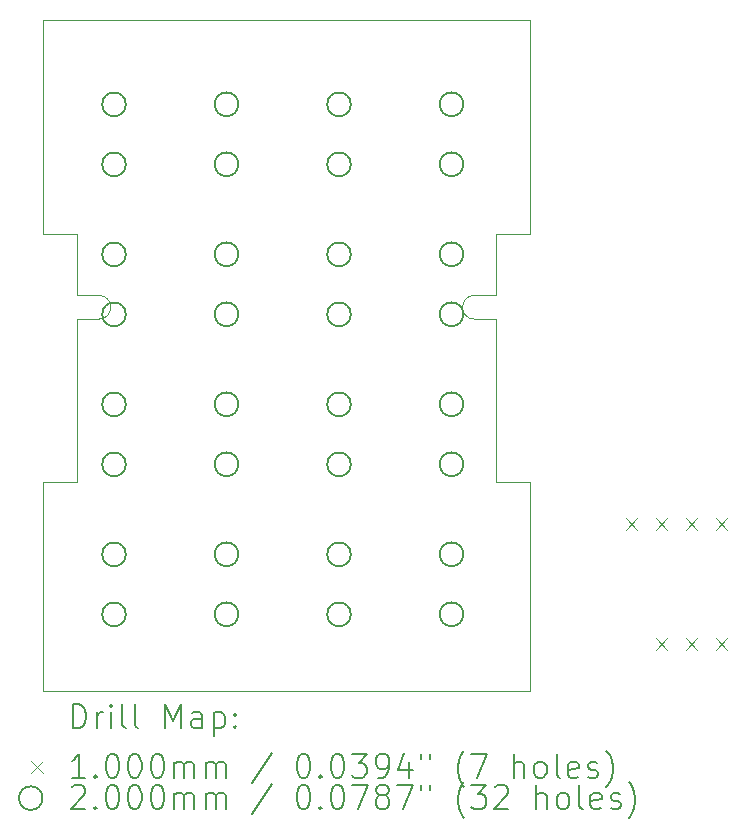
<source format=gbr>
%TF.GenerationSoftware,KiCad,Pcbnew,(6.0.8)*%
%TF.CreationDate,2022-11-01T17:44:22+01:00*%
%TF.ProjectId,BURC_16SwitchEncoder_JRFormat,42555243-5f31-4365-9377-69746368456e,v1.0*%
%TF.SameCoordinates,Original*%
%TF.FileFunction,Drillmap*%
%TF.FilePolarity,Positive*%
%FSLAX45Y45*%
G04 Gerber Fmt 4.5, Leading zero omitted, Abs format (unit mm)*
G04 Created by KiCad (PCBNEW (6.0.8)) date 2022-11-01 17:44:22*
%MOMM*%
%LPD*%
G01*
G04 APERTURE LIST*
%ADD10C,0.050000*%
%ADD11C,0.100000*%
%ADD12C,0.200000*%
G04 APERTURE END LIST*
D10*
X16920000Y-13350000D02*
X16920000Y-11580000D01*
X13085000Y-10200000D02*
X13085000Y-11580000D01*
D11*
X13085000Y-10000000D02*
X13085000Y-9476500D01*
D10*
X12800000Y-13350000D02*
X16920000Y-13350000D01*
X13085000Y-11580000D02*
X12800000Y-11580000D01*
X16635000Y-9476500D02*
X16921261Y-9476500D01*
X16920000Y-11580000D02*
X16635000Y-11580000D01*
X16635000Y-10000000D02*
X16450000Y-10000000D01*
D11*
X13270000Y-10200000D02*
G75*
G03*
X13270000Y-10000000I0J100000D01*
G01*
D10*
X16450000Y-10200000D02*
X16635000Y-10200000D01*
X16635000Y-10000000D02*
X16635000Y-9476500D01*
D11*
X16921261Y-7670000D02*
X12798739Y-7670000D01*
X16921261Y-9476500D02*
X16921261Y-7670000D01*
X13085000Y-10200000D02*
X13270000Y-10200000D01*
X12798739Y-7670000D02*
X12798739Y-9476500D01*
D10*
X16635000Y-10200000D02*
X16635000Y-11580000D01*
X12800000Y-11580000D02*
X12800000Y-13350000D01*
D11*
X13270000Y-10000000D02*
X13085000Y-10000000D01*
X12798739Y-9476500D02*
X13085000Y-9476500D01*
D10*
X16450000Y-10000000D02*
G75*
G03*
X16450000Y-10200000I0J-100000D01*
G01*
D12*
D11*
X17730000Y-11888000D02*
X17830000Y-11988000D01*
X17830000Y-11888000D02*
X17730000Y-11988000D01*
X17984000Y-11888000D02*
X18084000Y-11988000D01*
X18084000Y-11888000D02*
X17984000Y-11988000D01*
X17984000Y-12904000D02*
X18084000Y-13004000D01*
X18084000Y-12904000D02*
X17984000Y-13004000D01*
X18238000Y-11888000D02*
X18338000Y-11988000D01*
X18338000Y-11888000D02*
X18238000Y-11988000D01*
X18238000Y-12904000D02*
X18338000Y-13004000D01*
X18338000Y-12904000D02*
X18238000Y-13004000D01*
X18492000Y-11888000D02*
X18592000Y-11988000D01*
X18592000Y-11888000D02*
X18492000Y-11988000D01*
X18492000Y-12904000D02*
X18592000Y-13004000D01*
X18592000Y-12904000D02*
X18492000Y-13004000D01*
D12*
X13498500Y-8382000D02*
G75*
G03*
X13498500Y-8382000I-100000J0D01*
G01*
X13498500Y-8890000D02*
G75*
G03*
X13498500Y-8890000I-100000J0D01*
G01*
X13498500Y-9652000D02*
G75*
G03*
X13498500Y-9652000I-100000J0D01*
G01*
X13498500Y-10160000D02*
G75*
G03*
X13498500Y-10160000I-100000J0D01*
G01*
X13498500Y-10922000D02*
G75*
G03*
X13498500Y-10922000I-100000J0D01*
G01*
X13498500Y-11430000D02*
G75*
G03*
X13498500Y-11430000I-100000J0D01*
G01*
X13498500Y-12192000D02*
G75*
G03*
X13498500Y-12192000I-100000J0D01*
G01*
X13498500Y-12700000D02*
G75*
G03*
X13498500Y-12700000I-100000J0D01*
G01*
X14451000Y-8382000D02*
G75*
G03*
X14451000Y-8382000I-100000J0D01*
G01*
X14451000Y-8890000D02*
G75*
G03*
X14451000Y-8890000I-100000J0D01*
G01*
X14451000Y-9652000D02*
G75*
G03*
X14451000Y-9652000I-100000J0D01*
G01*
X14451000Y-10160000D02*
G75*
G03*
X14451000Y-10160000I-100000J0D01*
G01*
X14451000Y-10922000D02*
G75*
G03*
X14451000Y-10922000I-100000J0D01*
G01*
X14451000Y-11430000D02*
G75*
G03*
X14451000Y-11430000I-100000J0D01*
G01*
X14451000Y-12192000D02*
G75*
G03*
X14451000Y-12192000I-100000J0D01*
G01*
X14451000Y-12700000D02*
G75*
G03*
X14451000Y-12700000I-100000J0D01*
G01*
X15403500Y-8382000D02*
G75*
G03*
X15403500Y-8382000I-100000J0D01*
G01*
X15403500Y-8890000D02*
G75*
G03*
X15403500Y-8890000I-100000J0D01*
G01*
X15403500Y-9652000D02*
G75*
G03*
X15403500Y-9652000I-100000J0D01*
G01*
X15403500Y-10160000D02*
G75*
G03*
X15403500Y-10160000I-100000J0D01*
G01*
X15403500Y-10922000D02*
G75*
G03*
X15403500Y-10922000I-100000J0D01*
G01*
X15403500Y-11430000D02*
G75*
G03*
X15403500Y-11430000I-100000J0D01*
G01*
X15403500Y-12192000D02*
G75*
G03*
X15403500Y-12192000I-100000J0D01*
G01*
X15403500Y-12700000D02*
G75*
G03*
X15403500Y-12700000I-100000J0D01*
G01*
X16356000Y-8382000D02*
G75*
G03*
X16356000Y-8382000I-100000J0D01*
G01*
X16356000Y-8890000D02*
G75*
G03*
X16356000Y-8890000I-100000J0D01*
G01*
X16356000Y-9652000D02*
G75*
G03*
X16356000Y-9652000I-100000J0D01*
G01*
X16356000Y-10160000D02*
G75*
G03*
X16356000Y-10160000I-100000J0D01*
G01*
X16356000Y-10922000D02*
G75*
G03*
X16356000Y-10922000I-100000J0D01*
G01*
X16356000Y-11430000D02*
G75*
G03*
X16356000Y-11430000I-100000J0D01*
G01*
X16356000Y-12192000D02*
G75*
G03*
X16356000Y-12192000I-100000J0D01*
G01*
X16356000Y-12700000D02*
G75*
G03*
X16356000Y-12700000I-100000J0D01*
G01*
X13051358Y-13662976D02*
X13051358Y-13462976D01*
X13098977Y-13462976D01*
X13127549Y-13472500D01*
X13146596Y-13491548D01*
X13156120Y-13510595D01*
X13165644Y-13548690D01*
X13165644Y-13577262D01*
X13156120Y-13615357D01*
X13146596Y-13634405D01*
X13127549Y-13653452D01*
X13098977Y-13662976D01*
X13051358Y-13662976D01*
X13251358Y-13662976D02*
X13251358Y-13529643D01*
X13251358Y-13567738D02*
X13260882Y-13548690D01*
X13270406Y-13539167D01*
X13289453Y-13529643D01*
X13308501Y-13529643D01*
X13375168Y-13662976D02*
X13375168Y-13529643D01*
X13375168Y-13462976D02*
X13365644Y-13472500D01*
X13375168Y-13482024D01*
X13384691Y-13472500D01*
X13375168Y-13462976D01*
X13375168Y-13482024D01*
X13498977Y-13662976D02*
X13479930Y-13653452D01*
X13470406Y-13634405D01*
X13470406Y-13462976D01*
X13603739Y-13662976D02*
X13584691Y-13653452D01*
X13575168Y-13634405D01*
X13575168Y-13462976D01*
X13832311Y-13662976D02*
X13832311Y-13462976D01*
X13898977Y-13605833D01*
X13965644Y-13462976D01*
X13965644Y-13662976D01*
X14146596Y-13662976D02*
X14146596Y-13558214D01*
X14137072Y-13539167D01*
X14118025Y-13529643D01*
X14079930Y-13529643D01*
X14060882Y-13539167D01*
X14146596Y-13653452D02*
X14127549Y-13662976D01*
X14079930Y-13662976D01*
X14060882Y-13653452D01*
X14051358Y-13634405D01*
X14051358Y-13615357D01*
X14060882Y-13596309D01*
X14079930Y-13586786D01*
X14127549Y-13586786D01*
X14146596Y-13577262D01*
X14241834Y-13529643D02*
X14241834Y-13729643D01*
X14241834Y-13539167D02*
X14260882Y-13529643D01*
X14298977Y-13529643D01*
X14318025Y-13539167D01*
X14327549Y-13548690D01*
X14337072Y-13567738D01*
X14337072Y-13624881D01*
X14327549Y-13643928D01*
X14318025Y-13653452D01*
X14298977Y-13662976D01*
X14260882Y-13662976D01*
X14241834Y-13653452D01*
X14422787Y-13643928D02*
X14432311Y-13653452D01*
X14422787Y-13662976D01*
X14413263Y-13653452D01*
X14422787Y-13643928D01*
X14422787Y-13662976D01*
X14422787Y-13539167D02*
X14432311Y-13548690D01*
X14422787Y-13558214D01*
X14413263Y-13548690D01*
X14422787Y-13539167D01*
X14422787Y-13558214D01*
D11*
X12693739Y-13942500D02*
X12793739Y-14042500D01*
X12793739Y-13942500D02*
X12693739Y-14042500D01*
D12*
X13156120Y-14082976D02*
X13041834Y-14082976D01*
X13098977Y-14082976D02*
X13098977Y-13882976D01*
X13079930Y-13911548D01*
X13060882Y-13930595D01*
X13041834Y-13940119D01*
X13241834Y-14063928D02*
X13251358Y-14073452D01*
X13241834Y-14082976D01*
X13232311Y-14073452D01*
X13241834Y-14063928D01*
X13241834Y-14082976D01*
X13375168Y-13882976D02*
X13394215Y-13882976D01*
X13413263Y-13892500D01*
X13422787Y-13902024D01*
X13432311Y-13921071D01*
X13441834Y-13959167D01*
X13441834Y-14006786D01*
X13432311Y-14044881D01*
X13422787Y-14063928D01*
X13413263Y-14073452D01*
X13394215Y-14082976D01*
X13375168Y-14082976D01*
X13356120Y-14073452D01*
X13346596Y-14063928D01*
X13337072Y-14044881D01*
X13327549Y-14006786D01*
X13327549Y-13959167D01*
X13337072Y-13921071D01*
X13346596Y-13902024D01*
X13356120Y-13892500D01*
X13375168Y-13882976D01*
X13565644Y-13882976D02*
X13584691Y-13882976D01*
X13603739Y-13892500D01*
X13613263Y-13902024D01*
X13622787Y-13921071D01*
X13632311Y-13959167D01*
X13632311Y-14006786D01*
X13622787Y-14044881D01*
X13613263Y-14063928D01*
X13603739Y-14073452D01*
X13584691Y-14082976D01*
X13565644Y-14082976D01*
X13546596Y-14073452D01*
X13537072Y-14063928D01*
X13527549Y-14044881D01*
X13518025Y-14006786D01*
X13518025Y-13959167D01*
X13527549Y-13921071D01*
X13537072Y-13902024D01*
X13546596Y-13892500D01*
X13565644Y-13882976D01*
X13756120Y-13882976D02*
X13775168Y-13882976D01*
X13794215Y-13892500D01*
X13803739Y-13902024D01*
X13813263Y-13921071D01*
X13822787Y-13959167D01*
X13822787Y-14006786D01*
X13813263Y-14044881D01*
X13803739Y-14063928D01*
X13794215Y-14073452D01*
X13775168Y-14082976D01*
X13756120Y-14082976D01*
X13737072Y-14073452D01*
X13727549Y-14063928D01*
X13718025Y-14044881D01*
X13708501Y-14006786D01*
X13708501Y-13959167D01*
X13718025Y-13921071D01*
X13727549Y-13902024D01*
X13737072Y-13892500D01*
X13756120Y-13882976D01*
X13908501Y-14082976D02*
X13908501Y-13949643D01*
X13908501Y-13968690D02*
X13918025Y-13959167D01*
X13937072Y-13949643D01*
X13965644Y-13949643D01*
X13984691Y-13959167D01*
X13994215Y-13978214D01*
X13994215Y-14082976D01*
X13994215Y-13978214D02*
X14003739Y-13959167D01*
X14022787Y-13949643D01*
X14051358Y-13949643D01*
X14070406Y-13959167D01*
X14079930Y-13978214D01*
X14079930Y-14082976D01*
X14175168Y-14082976D02*
X14175168Y-13949643D01*
X14175168Y-13968690D02*
X14184691Y-13959167D01*
X14203739Y-13949643D01*
X14232311Y-13949643D01*
X14251358Y-13959167D01*
X14260882Y-13978214D01*
X14260882Y-14082976D01*
X14260882Y-13978214D02*
X14270406Y-13959167D01*
X14289453Y-13949643D01*
X14318025Y-13949643D01*
X14337072Y-13959167D01*
X14346596Y-13978214D01*
X14346596Y-14082976D01*
X14737072Y-13873452D02*
X14565644Y-14130595D01*
X14994215Y-13882976D02*
X15013263Y-13882976D01*
X15032311Y-13892500D01*
X15041834Y-13902024D01*
X15051358Y-13921071D01*
X15060882Y-13959167D01*
X15060882Y-14006786D01*
X15051358Y-14044881D01*
X15041834Y-14063928D01*
X15032311Y-14073452D01*
X15013263Y-14082976D01*
X14994215Y-14082976D01*
X14975168Y-14073452D01*
X14965644Y-14063928D01*
X14956120Y-14044881D01*
X14946596Y-14006786D01*
X14946596Y-13959167D01*
X14956120Y-13921071D01*
X14965644Y-13902024D01*
X14975168Y-13892500D01*
X14994215Y-13882976D01*
X15146596Y-14063928D02*
X15156120Y-14073452D01*
X15146596Y-14082976D01*
X15137072Y-14073452D01*
X15146596Y-14063928D01*
X15146596Y-14082976D01*
X15279930Y-13882976D02*
X15298977Y-13882976D01*
X15318025Y-13892500D01*
X15327549Y-13902024D01*
X15337072Y-13921071D01*
X15346596Y-13959167D01*
X15346596Y-14006786D01*
X15337072Y-14044881D01*
X15327549Y-14063928D01*
X15318025Y-14073452D01*
X15298977Y-14082976D01*
X15279930Y-14082976D01*
X15260882Y-14073452D01*
X15251358Y-14063928D01*
X15241834Y-14044881D01*
X15232311Y-14006786D01*
X15232311Y-13959167D01*
X15241834Y-13921071D01*
X15251358Y-13902024D01*
X15260882Y-13892500D01*
X15279930Y-13882976D01*
X15413263Y-13882976D02*
X15537072Y-13882976D01*
X15470406Y-13959167D01*
X15498977Y-13959167D01*
X15518025Y-13968690D01*
X15527549Y-13978214D01*
X15537072Y-13997262D01*
X15537072Y-14044881D01*
X15527549Y-14063928D01*
X15518025Y-14073452D01*
X15498977Y-14082976D01*
X15441834Y-14082976D01*
X15422787Y-14073452D01*
X15413263Y-14063928D01*
X15632311Y-14082976D02*
X15670406Y-14082976D01*
X15689453Y-14073452D01*
X15698977Y-14063928D01*
X15718025Y-14035357D01*
X15727549Y-13997262D01*
X15727549Y-13921071D01*
X15718025Y-13902024D01*
X15708501Y-13892500D01*
X15689453Y-13882976D01*
X15651358Y-13882976D01*
X15632311Y-13892500D01*
X15622787Y-13902024D01*
X15613263Y-13921071D01*
X15613263Y-13968690D01*
X15622787Y-13987738D01*
X15632311Y-13997262D01*
X15651358Y-14006786D01*
X15689453Y-14006786D01*
X15708501Y-13997262D01*
X15718025Y-13987738D01*
X15727549Y-13968690D01*
X15898977Y-13949643D02*
X15898977Y-14082976D01*
X15851358Y-13873452D02*
X15803739Y-14016309D01*
X15927549Y-14016309D01*
X15994215Y-13882976D02*
X15994215Y-13921071D01*
X16070406Y-13882976D02*
X16070406Y-13921071D01*
X16365644Y-14159167D02*
X16356120Y-14149643D01*
X16337072Y-14121071D01*
X16327549Y-14102024D01*
X16318025Y-14073452D01*
X16308501Y-14025833D01*
X16308501Y-13987738D01*
X16318025Y-13940119D01*
X16327549Y-13911548D01*
X16337072Y-13892500D01*
X16356120Y-13863928D01*
X16365644Y-13854405D01*
X16422787Y-13882976D02*
X16556120Y-13882976D01*
X16470406Y-14082976D01*
X16784692Y-14082976D02*
X16784692Y-13882976D01*
X16870406Y-14082976D02*
X16870406Y-13978214D01*
X16860882Y-13959167D01*
X16841834Y-13949643D01*
X16813263Y-13949643D01*
X16794215Y-13959167D01*
X16784692Y-13968690D01*
X16994215Y-14082976D02*
X16975168Y-14073452D01*
X16965644Y-14063928D01*
X16956120Y-14044881D01*
X16956120Y-13987738D01*
X16965644Y-13968690D01*
X16975168Y-13959167D01*
X16994215Y-13949643D01*
X17022787Y-13949643D01*
X17041834Y-13959167D01*
X17051358Y-13968690D01*
X17060882Y-13987738D01*
X17060882Y-14044881D01*
X17051358Y-14063928D01*
X17041834Y-14073452D01*
X17022787Y-14082976D01*
X16994215Y-14082976D01*
X17175168Y-14082976D02*
X17156120Y-14073452D01*
X17146596Y-14054405D01*
X17146596Y-13882976D01*
X17327549Y-14073452D02*
X17308501Y-14082976D01*
X17270406Y-14082976D01*
X17251358Y-14073452D01*
X17241834Y-14054405D01*
X17241834Y-13978214D01*
X17251358Y-13959167D01*
X17270406Y-13949643D01*
X17308501Y-13949643D01*
X17327549Y-13959167D01*
X17337073Y-13978214D01*
X17337073Y-13997262D01*
X17241834Y-14016309D01*
X17413263Y-14073452D02*
X17432311Y-14082976D01*
X17470406Y-14082976D01*
X17489453Y-14073452D01*
X17498977Y-14054405D01*
X17498977Y-14044881D01*
X17489453Y-14025833D01*
X17470406Y-14016309D01*
X17441834Y-14016309D01*
X17422787Y-14006786D01*
X17413263Y-13987738D01*
X17413263Y-13978214D01*
X17422787Y-13959167D01*
X17441834Y-13949643D01*
X17470406Y-13949643D01*
X17489453Y-13959167D01*
X17565644Y-14159167D02*
X17575168Y-14149643D01*
X17594215Y-14121071D01*
X17603739Y-14102024D01*
X17613263Y-14073452D01*
X17622787Y-14025833D01*
X17622787Y-13987738D01*
X17613263Y-13940119D01*
X17603739Y-13911548D01*
X17594215Y-13892500D01*
X17575168Y-13863928D01*
X17565644Y-13854405D01*
X12793739Y-14256500D02*
G75*
G03*
X12793739Y-14256500I-100000J0D01*
G01*
X13041834Y-14166024D02*
X13051358Y-14156500D01*
X13070406Y-14146976D01*
X13118025Y-14146976D01*
X13137072Y-14156500D01*
X13146596Y-14166024D01*
X13156120Y-14185071D01*
X13156120Y-14204119D01*
X13146596Y-14232690D01*
X13032311Y-14346976D01*
X13156120Y-14346976D01*
X13241834Y-14327928D02*
X13251358Y-14337452D01*
X13241834Y-14346976D01*
X13232311Y-14337452D01*
X13241834Y-14327928D01*
X13241834Y-14346976D01*
X13375168Y-14146976D02*
X13394215Y-14146976D01*
X13413263Y-14156500D01*
X13422787Y-14166024D01*
X13432311Y-14185071D01*
X13441834Y-14223167D01*
X13441834Y-14270786D01*
X13432311Y-14308881D01*
X13422787Y-14327928D01*
X13413263Y-14337452D01*
X13394215Y-14346976D01*
X13375168Y-14346976D01*
X13356120Y-14337452D01*
X13346596Y-14327928D01*
X13337072Y-14308881D01*
X13327549Y-14270786D01*
X13327549Y-14223167D01*
X13337072Y-14185071D01*
X13346596Y-14166024D01*
X13356120Y-14156500D01*
X13375168Y-14146976D01*
X13565644Y-14146976D02*
X13584691Y-14146976D01*
X13603739Y-14156500D01*
X13613263Y-14166024D01*
X13622787Y-14185071D01*
X13632311Y-14223167D01*
X13632311Y-14270786D01*
X13622787Y-14308881D01*
X13613263Y-14327928D01*
X13603739Y-14337452D01*
X13584691Y-14346976D01*
X13565644Y-14346976D01*
X13546596Y-14337452D01*
X13537072Y-14327928D01*
X13527549Y-14308881D01*
X13518025Y-14270786D01*
X13518025Y-14223167D01*
X13527549Y-14185071D01*
X13537072Y-14166024D01*
X13546596Y-14156500D01*
X13565644Y-14146976D01*
X13756120Y-14146976D02*
X13775168Y-14146976D01*
X13794215Y-14156500D01*
X13803739Y-14166024D01*
X13813263Y-14185071D01*
X13822787Y-14223167D01*
X13822787Y-14270786D01*
X13813263Y-14308881D01*
X13803739Y-14327928D01*
X13794215Y-14337452D01*
X13775168Y-14346976D01*
X13756120Y-14346976D01*
X13737072Y-14337452D01*
X13727549Y-14327928D01*
X13718025Y-14308881D01*
X13708501Y-14270786D01*
X13708501Y-14223167D01*
X13718025Y-14185071D01*
X13727549Y-14166024D01*
X13737072Y-14156500D01*
X13756120Y-14146976D01*
X13908501Y-14346976D02*
X13908501Y-14213643D01*
X13908501Y-14232690D02*
X13918025Y-14223167D01*
X13937072Y-14213643D01*
X13965644Y-14213643D01*
X13984691Y-14223167D01*
X13994215Y-14242214D01*
X13994215Y-14346976D01*
X13994215Y-14242214D02*
X14003739Y-14223167D01*
X14022787Y-14213643D01*
X14051358Y-14213643D01*
X14070406Y-14223167D01*
X14079930Y-14242214D01*
X14079930Y-14346976D01*
X14175168Y-14346976D02*
X14175168Y-14213643D01*
X14175168Y-14232690D02*
X14184691Y-14223167D01*
X14203739Y-14213643D01*
X14232311Y-14213643D01*
X14251358Y-14223167D01*
X14260882Y-14242214D01*
X14260882Y-14346976D01*
X14260882Y-14242214D02*
X14270406Y-14223167D01*
X14289453Y-14213643D01*
X14318025Y-14213643D01*
X14337072Y-14223167D01*
X14346596Y-14242214D01*
X14346596Y-14346976D01*
X14737072Y-14137452D02*
X14565644Y-14394595D01*
X14994215Y-14146976D02*
X15013263Y-14146976D01*
X15032311Y-14156500D01*
X15041834Y-14166024D01*
X15051358Y-14185071D01*
X15060882Y-14223167D01*
X15060882Y-14270786D01*
X15051358Y-14308881D01*
X15041834Y-14327928D01*
X15032311Y-14337452D01*
X15013263Y-14346976D01*
X14994215Y-14346976D01*
X14975168Y-14337452D01*
X14965644Y-14327928D01*
X14956120Y-14308881D01*
X14946596Y-14270786D01*
X14946596Y-14223167D01*
X14956120Y-14185071D01*
X14965644Y-14166024D01*
X14975168Y-14156500D01*
X14994215Y-14146976D01*
X15146596Y-14327928D02*
X15156120Y-14337452D01*
X15146596Y-14346976D01*
X15137072Y-14337452D01*
X15146596Y-14327928D01*
X15146596Y-14346976D01*
X15279930Y-14146976D02*
X15298977Y-14146976D01*
X15318025Y-14156500D01*
X15327549Y-14166024D01*
X15337072Y-14185071D01*
X15346596Y-14223167D01*
X15346596Y-14270786D01*
X15337072Y-14308881D01*
X15327549Y-14327928D01*
X15318025Y-14337452D01*
X15298977Y-14346976D01*
X15279930Y-14346976D01*
X15260882Y-14337452D01*
X15251358Y-14327928D01*
X15241834Y-14308881D01*
X15232311Y-14270786D01*
X15232311Y-14223167D01*
X15241834Y-14185071D01*
X15251358Y-14166024D01*
X15260882Y-14156500D01*
X15279930Y-14146976D01*
X15413263Y-14146976D02*
X15546596Y-14146976D01*
X15460882Y-14346976D01*
X15651358Y-14232690D02*
X15632311Y-14223167D01*
X15622787Y-14213643D01*
X15613263Y-14194595D01*
X15613263Y-14185071D01*
X15622787Y-14166024D01*
X15632311Y-14156500D01*
X15651358Y-14146976D01*
X15689453Y-14146976D01*
X15708501Y-14156500D01*
X15718025Y-14166024D01*
X15727549Y-14185071D01*
X15727549Y-14194595D01*
X15718025Y-14213643D01*
X15708501Y-14223167D01*
X15689453Y-14232690D01*
X15651358Y-14232690D01*
X15632311Y-14242214D01*
X15622787Y-14251738D01*
X15613263Y-14270786D01*
X15613263Y-14308881D01*
X15622787Y-14327928D01*
X15632311Y-14337452D01*
X15651358Y-14346976D01*
X15689453Y-14346976D01*
X15708501Y-14337452D01*
X15718025Y-14327928D01*
X15727549Y-14308881D01*
X15727549Y-14270786D01*
X15718025Y-14251738D01*
X15708501Y-14242214D01*
X15689453Y-14232690D01*
X15794215Y-14146976D02*
X15927549Y-14146976D01*
X15841834Y-14346976D01*
X15994215Y-14146976D02*
X15994215Y-14185071D01*
X16070406Y-14146976D02*
X16070406Y-14185071D01*
X16365644Y-14423167D02*
X16356120Y-14413643D01*
X16337072Y-14385071D01*
X16327549Y-14366024D01*
X16318025Y-14337452D01*
X16308501Y-14289833D01*
X16308501Y-14251738D01*
X16318025Y-14204119D01*
X16327549Y-14175548D01*
X16337072Y-14156500D01*
X16356120Y-14127928D01*
X16365644Y-14118405D01*
X16422787Y-14146976D02*
X16546596Y-14146976D01*
X16479930Y-14223167D01*
X16508501Y-14223167D01*
X16527549Y-14232690D01*
X16537072Y-14242214D01*
X16546596Y-14261262D01*
X16546596Y-14308881D01*
X16537072Y-14327928D01*
X16527549Y-14337452D01*
X16508501Y-14346976D01*
X16451358Y-14346976D01*
X16432311Y-14337452D01*
X16422787Y-14327928D01*
X16622787Y-14166024D02*
X16632311Y-14156500D01*
X16651358Y-14146976D01*
X16698977Y-14146976D01*
X16718025Y-14156500D01*
X16727549Y-14166024D01*
X16737072Y-14185071D01*
X16737072Y-14204119D01*
X16727549Y-14232690D01*
X16613263Y-14346976D01*
X16737072Y-14346976D01*
X16975168Y-14346976D02*
X16975168Y-14146976D01*
X17060882Y-14346976D02*
X17060882Y-14242214D01*
X17051358Y-14223167D01*
X17032311Y-14213643D01*
X17003739Y-14213643D01*
X16984692Y-14223167D01*
X16975168Y-14232690D01*
X17184692Y-14346976D02*
X17165644Y-14337452D01*
X17156120Y-14327928D01*
X17146596Y-14308881D01*
X17146596Y-14251738D01*
X17156120Y-14232690D01*
X17165644Y-14223167D01*
X17184692Y-14213643D01*
X17213263Y-14213643D01*
X17232311Y-14223167D01*
X17241834Y-14232690D01*
X17251358Y-14251738D01*
X17251358Y-14308881D01*
X17241834Y-14327928D01*
X17232311Y-14337452D01*
X17213263Y-14346976D01*
X17184692Y-14346976D01*
X17365644Y-14346976D02*
X17346596Y-14337452D01*
X17337073Y-14318405D01*
X17337073Y-14146976D01*
X17518025Y-14337452D02*
X17498977Y-14346976D01*
X17460882Y-14346976D01*
X17441834Y-14337452D01*
X17432311Y-14318405D01*
X17432311Y-14242214D01*
X17441834Y-14223167D01*
X17460882Y-14213643D01*
X17498977Y-14213643D01*
X17518025Y-14223167D01*
X17527549Y-14242214D01*
X17527549Y-14261262D01*
X17432311Y-14280309D01*
X17603739Y-14337452D02*
X17622787Y-14346976D01*
X17660882Y-14346976D01*
X17679930Y-14337452D01*
X17689453Y-14318405D01*
X17689453Y-14308881D01*
X17679930Y-14289833D01*
X17660882Y-14280309D01*
X17632311Y-14280309D01*
X17613263Y-14270786D01*
X17603739Y-14251738D01*
X17603739Y-14242214D01*
X17613263Y-14223167D01*
X17632311Y-14213643D01*
X17660882Y-14213643D01*
X17679930Y-14223167D01*
X17756120Y-14423167D02*
X17765644Y-14413643D01*
X17784692Y-14385071D01*
X17794215Y-14366024D01*
X17803739Y-14337452D01*
X17813263Y-14289833D01*
X17813263Y-14251738D01*
X17803739Y-14204119D01*
X17794215Y-14175548D01*
X17784692Y-14156500D01*
X17765644Y-14127928D01*
X17756120Y-14118405D01*
M02*

</source>
